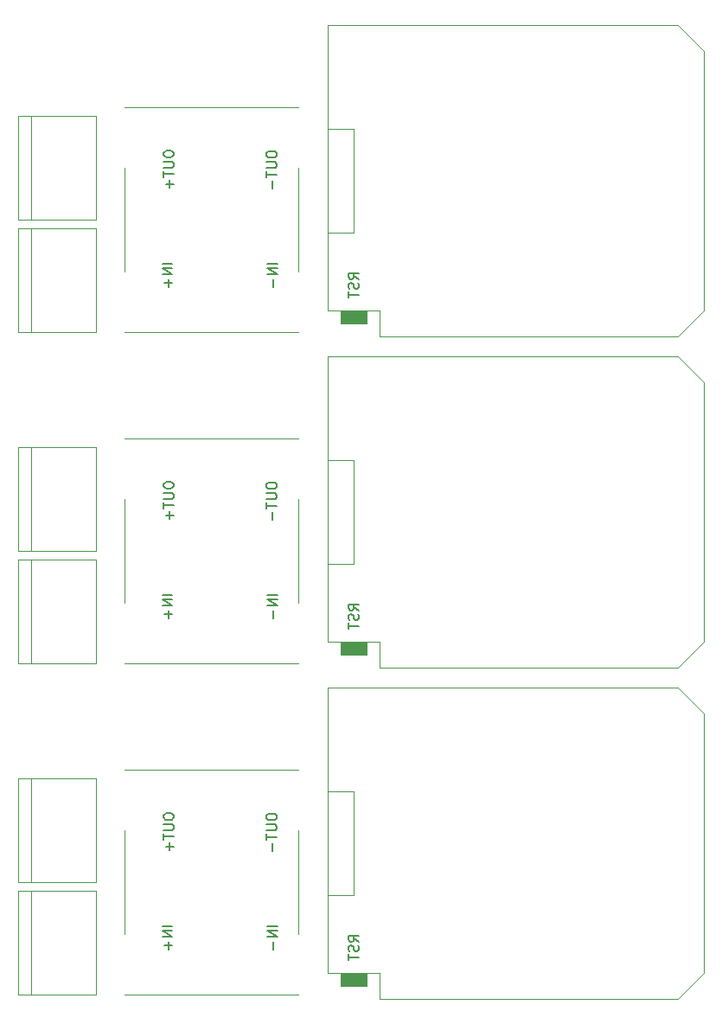
<source format=gbo>
G04 #@! TF.GenerationSoftware,KiCad,Pcbnew,7.0.9-7.0.9~ubuntu22.04.1*
G04 #@! TF.CreationDate,2023-12-17T14:41:55+07:00*
G04 #@! TF.ProjectId,final-production,66696e61-6c2d-4707-926f-64756374696f,rev?*
G04 #@! TF.SameCoordinates,Original*
G04 #@! TF.FileFunction,Legend,Bot*
G04 #@! TF.FilePolarity,Positive*
%FSLAX46Y46*%
G04 Gerber Fmt 4.6, Leading zero omitted, Abs format (unit mm)*
G04 Created by KiCad (PCBNEW 7.0.9-7.0.9~ubuntu22.04.1) date 2023-12-17 14:41:55*
%MOMM*%
%LPD*%
G01*
G04 APERTURE LIST*
%ADD10C,0.150000*%
%ADD11C,0.120000*%
%ADD12C,0.100000*%
G04 APERTURE END LIST*
D10*
X34744819Y-52114214D02*
X34268628Y-51780881D01*
X34744819Y-51542786D02*
X33744819Y-51542786D01*
X33744819Y-51542786D02*
X33744819Y-51923738D01*
X33744819Y-51923738D02*
X33792438Y-52018976D01*
X33792438Y-52018976D02*
X33840057Y-52066595D01*
X33840057Y-52066595D02*
X33935295Y-52114214D01*
X33935295Y-52114214D02*
X34078152Y-52114214D01*
X34078152Y-52114214D02*
X34173390Y-52066595D01*
X34173390Y-52066595D02*
X34221009Y-52018976D01*
X34221009Y-52018976D02*
X34268628Y-51923738D01*
X34268628Y-51923738D02*
X34268628Y-51542786D01*
X34697200Y-52495167D02*
X34744819Y-52638024D01*
X34744819Y-52638024D02*
X34744819Y-52876119D01*
X34744819Y-52876119D02*
X34697200Y-52971357D01*
X34697200Y-52971357D02*
X34649580Y-53018976D01*
X34649580Y-53018976D02*
X34554342Y-53066595D01*
X34554342Y-53066595D02*
X34459104Y-53066595D01*
X34459104Y-53066595D02*
X34363866Y-53018976D01*
X34363866Y-53018976D02*
X34316247Y-52971357D01*
X34316247Y-52971357D02*
X34268628Y-52876119D01*
X34268628Y-52876119D02*
X34221009Y-52685643D01*
X34221009Y-52685643D02*
X34173390Y-52590405D01*
X34173390Y-52590405D02*
X34125771Y-52542786D01*
X34125771Y-52542786D02*
X34030533Y-52495167D01*
X34030533Y-52495167D02*
X33935295Y-52495167D01*
X33935295Y-52495167D02*
X33840057Y-52542786D01*
X33840057Y-52542786D02*
X33792438Y-52590405D01*
X33792438Y-52590405D02*
X33744819Y-52685643D01*
X33744819Y-52685643D02*
X33744819Y-52923738D01*
X33744819Y-52923738D02*
X33792438Y-53066595D01*
X33744819Y-53352310D02*
X33744819Y-53923738D01*
X34744819Y-53638024D02*
X33744819Y-53638024D01*
X25706328Y-104672124D02*
X25706328Y-104862600D01*
X25706328Y-104862600D02*
X25753947Y-104957838D01*
X25753947Y-104957838D02*
X25849185Y-105053076D01*
X25849185Y-105053076D02*
X26039661Y-105100695D01*
X26039661Y-105100695D02*
X26372994Y-105100695D01*
X26372994Y-105100695D02*
X26563470Y-105053076D01*
X26563470Y-105053076D02*
X26658709Y-104957838D01*
X26658709Y-104957838D02*
X26706328Y-104862600D01*
X26706328Y-104862600D02*
X26706328Y-104672124D01*
X26706328Y-104672124D02*
X26658709Y-104576886D01*
X26658709Y-104576886D02*
X26563470Y-104481648D01*
X26563470Y-104481648D02*
X26372994Y-104434029D01*
X26372994Y-104434029D02*
X26039661Y-104434029D01*
X26039661Y-104434029D02*
X25849185Y-104481648D01*
X25849185Y-104481648D02*
X25753947Y-104576886D01*
X25753947Y-104576886D02*
X25706328Y-104672124D01*
X25706328Y-105529267D02*
X26515851Y-105529267D01*
X26515851Y-105529267D02*
X26611089Y-105576886D01*
X26611089Y-105576886D02*
X26658709Y-105624505D01*
X26658709Y-105624505D02*
X26706328Y-105719743D01*
X26706328Y-105719743D02*
X26706328Y-105910219D01*
X26706328Y-105910219D02*
X26658709Y-106005457D01*
X26658709Y-106005457D02*
X26611089Y-106053076D01*
X26611089Y-106053076D02*
X26515851Y-106100695D01*
X26515851Y-106100695D02*
X25706328Y-106100695D01*
X25706328Y-106434029D02*
X25706328Y-107005457D01*
X26706328Y-106719743D02*
X25706328Y-106719743D01*
X26325375Y-107338791D02*
X26325375Y-108100696D01*
X15641774Y-104640770D02*
X15641774Y-104831246D01*
X15641774Y-104831246D02*
X15689393Y-104926484D01*
X15689393Y-104926484D02*
X15784631Y-105021722D01*
X15784631Y-105021722D02*
X15975107Y-105069341D01*
X15975107Y-105069341D02*
X16308440Y-105069341D01*
X16308440Y-105069341D02*
X16498916Y-105021722D01*
X16498916Y-105021722D02*
X16594155Y-104926484D01*
X16594155Y-104926484D02*
X16641774Y-104831246D01*
X16641774Y-104831246D02*
X16641774Y-104640770D01*
X16641774Y-104640770D02*
X16594155Y-104545532D01*
X16594155Y-104545532D02*
X16498916Y-104450294D01*
X16498916Y-104450294D02*
X16308440Y-104402675D01*
X16308440Y-104402675D02*
X15975107Y-104402675D01*
X15975107Y-104402675D02*
X15784631Y-104450294D01*
X15784631Y-104450294D02*
X15689393Y-104545532D01*
X15689393Y-104545532D02*
X15641774Y-104640770D01*
X15641774Y-105497913D02*
X16451297Y-105497913D01*
X16451297Y-105497913D02*
X16546535Y-105545532D01*
X16546535Y-105545532D02*
X16594155Y-105593151D01*
X16594155Y-105593151D02*
X16641774Y-105688389D01*
X16641774Y-105688389D02*
X16641774Y-105878865D01*
X16641774Y-105878865D02*
X16594155Y-105974103D01*
X16594155Y-105974103D02*
X16546535Y-106021722D01*
X16546535Y-106021722D02*
X16451297Y-106069341D01*
X16451297Y-106069341D02*
X15641774Y-106069341D01*
X15641774Y-106402675D02*
X15641774Y-106974103D01*
X16641774Y-106688389D02*
X15641774Y-106688389D01*
X16260821Y-107307437D02*
X16260821Y-108069342D01*
X16641774Y-107688389D02*
X15879869Y-107688389D01*
X26800389Y-115463699D02*
X25800389Y-115463699D01*
X26800389Y-115939889D02*
X25800389Y-115939889D01*
X25800389Y-115939889D02*
X26800389Y-116511317D01*
X26800389Y-116511317D02*
X25800389Y-116511317D01*
X26419436Y-116987508D02*
X26419436Y-117749413D01*
X16516359Y-115463699D02*
X15516359Y-115463699D01*
X16516359Y-115939889D02*
X15516359Y-115939889D01*
X15516359Y-115939889D02*
X16516359Y-116511317D01*
X16516359Y-116511317D02*
X15516359Y-116511317D01*
X16135406Y-116987508D02*
X16135406Y-117749413D01*
X16516359Y-117368460D02*
X15754454Y-117368460D01*
X34744819Y-84542380D02*
X34268628Y-84209047D01*
X34744819Y-83970952D02*
X33744819Y-83970952D01*
X33744819Y-83970952D02*
X33744819Y-84351904D01*
X33744819Y-84351904D02*
X33792438Y-84447142D01*
X33792438Y-84447142D02*
X33840057Y-84494761D01*
X33840057Y-84494761D02*
X33935295Y-84542380D01*
X33935295Y-84542380D02*
X34078152Y-84542380D01*
X34078152Y-84542380D02*
X34173390Y-84494761D01*
X34173390Y-84494761D02*
X34221009Y-84447142D01*
X34221009Y-84447142D02*
X34268628Y-84351904D01*
X34268628Y-84351904D02*
X34268628Y-83970952D01*
X34697200Y-84923333D02*
X34744819Y-85066190D01*
X34744819Y-85066190D02*
X34744819Y-85304285D01*
X34744819Y-85304285D02*
X34697200Y-85399523D01*
X34697200Y-85399523D02*
X34649580Y-85447142D01*
X34649580Y-85447142D02*
X34554342Y-85494761D01*
X34554342Y-85494761D02*
X34459104Y-85494761D01*
X34459104Y-85494761D02*
X34363866Y-85447142D01*
X34363866Y-85447142D02*
X34316247Y-85399523D01*
X34316247Y-85399523D02*
X34268628Y-85304285D01*
X34268628Y-85304285D02*
X34221009Y-85113809D01*
X34221009Y-85113809D02*
X34173390Y-85018571D01*
X34173390Y-85018571D02*
X34125771Y-84970952D01*
X34125771Y-84970952D02*
X34030533Y-84923333D01*
X34030533Y-84923333D02*
X33935295Y-84923333D01*
X33935295Y-84923333D02*
X33840057Y-84970952D01*
X33840057Y-84970952D02*
X33792438Y-85018571D01*
X33792438Y-85018571D02*
X33744819Y-85113809D01*
X33744819Y-85113809D02*
X33744819Y-85351904D01*
X33744819Y-85351904D02*
X33792438Y-85494761D01*
X33744819Y-85780476D02*
X33744819Y-86351904D01*
X34744819Y-86066190D02*
X33744819Y-86066190D01*
X15641774Y-72212604D02*
X15641774Y-72403080D01*
X15641774Y-72403080D02*
X15689393Y-72498318D01*
X15689393Y-72498318D02*
X15784631Y-72593556D01*
X15784631Y-72593556D02*
X15975107Y-72641175D01*
X15975107Y-72641175D02*
X16308440Y-72641175D01*
X16308440Y-72641175D02*
X16498916Y-72593556D01*
X16498916Y-72593556D02*
X16594155Y-72498318D01*
X16594155Y-72498318D02*
X16641774Y-72403080D01*
X16641774Y-72403080D02*
X16641774Y-72212604D01*
X16641774Y-72212604D02*
X16594155Y-72117366D01*
X16594155Y-72117366D02*
X16498916Y-72022128D01*
X16498916Y-72022128D02*
X16308440Y-71974509D01*
X16308440Y-71974509D02*
X15975107Y-71974509D01*
X15975107Y-71974509D02*
X15784631Y-72022128D01*
X15784631Y-72022128D02*
X15689393Y-72117366D01*
X15689393Y-72117366D02*
X15641774Y-72212604D01*
X15641774Y-73069747D02*
X16451297Y-73069747D01*
X16451297Y-73069747D02*
X16546535Y-73117366D01*
X16546535Y-73117366D02*
X16594155Y-73164985D01*
X16594155Y-73164985D02*
X16641774Y-73260223D01*
X16641774Y-73260223D02*
X16641774Y-73450699D01*
X16641774Y-73450699D02*
X16594155Y-73545937D01*
X16594155Y-73545937D02*
X16546535Y-73593556D01*
X16546535Y-73593556D02*
X16451297Y-73641175D01*
X16451297Y-73641175D02*
X15641774Y-73641175D01*
X15641774Y-73974509D02*
X15641774Y-74545937D01*
X16641774Y-74260223D02*
X15641774Y-74260223D01*
X16260821Y-74879271D02*
X16260821Y-75641176D01*
X16641774Y-75260223D02*
X15879869Y-75260223D01*
X16516359Y-83035533D02*
X15516359Y-83035533D01*
X16516359Y-83511723D02*
X15516359Y-83511723D01*
X15516359Y-83511723D02*
X16516359Y-84083151D01*
X16516359Y-84083151D02*
X15516359Y-84083151D01*
X16135406Y-84559342D02*
X16135406Y-85321247D01*
X16516359Y-84940294D02*
X15754454Y-84940294D01*
X25706328Y-72243958D02*
X25706328Y-72434434D01*
X25706328Y-72434434D02*
X25753947Y-72529672D01*
X25753947Y-72529672D02*
X25849185Y-72624910D01*
X25849185Y-72624910D02*
X26039661Y-72672529D01*
X26039661Y-72672529D02*
X26372994Y-72672529D01*
X26372994Y-72672529D02*
X26563470Y-72624910D01*
X26563470Y-72624910D02*
X26658709Y-72529672D01*
X26658709Y-72529672D02*
X26706328Y-72434434D01*
X26706328Y-72434434D02*
X26706328Y-72243958D01*
X26706328Y-72243958D02*
X26658709Y-72148720D01*
X26658709Y-72148720D02*
X26563470Y-72053482D01*
X26563470Y-72053482D02*
X26372994Y-72005863D01*
X26372994Y-72005863D02*
X26039661Y-72005863D01*
X26039661Y-72005863D02*
X25849185Y-72053482D01*
X25849185Y-72053482D02*
X25753947Y-72148720D01*
X25753947Y-72148720D02*
X25706328Y-72243958D01*
X25706328Y-73101101D02*
X26515851Y-73101101D01*
X26515851Y-73101101D02*
X26611089Y-73148720D01*
X26611089Y-73148720D02*
X26658709Y-73196339D01*
X26658709Y-73196339D02*
X26706328Y-73291577D01*
X26706328Y-73291577D02*
X26706328Y-73482053D01*
X26706328Y-73482053D02*
X26658709Y-73577291D01*
X26658709Y-73577291D02*
X26611089Y-73624910D01*
X26611089Y-73624910D02*
X26515851Y-73672529D01*
X26515851Y-73672529D02*
X25706328Y-73672529D01*
X25706328Y-74005863D02*
X25706328Y-74577291D01*
X26706328Y-74291577D02*
X25706328Y-74291577D01*
X26325375Y-74910625D02*
X26325375Y-75672530D01*
X26800389Y-83035533D02*
X25800389Y-83035533D01*
X26800389Y-83511723D02*
X25800389Y-83511723D01*
X25800389Y-83511723D02*
X26800389Y-84083151D01*
X26800389Y-84083151D02*
X25800389Y-84083151D01*
X26419436Y-84559342D02*
X26419436Y-85321247D01*
X25706328Y-39815792D02*
X25706328Y-40006268D01*
X25706328Y-40006268D02*
X25753947Y-40101506D01*
X25753947Y-40101506D02*
X25849185Y-40196744D01*
X25849185Y-40196744D02*
X26039661Y-40244363D01*
X26039661Y-40244363D02*
X26372994Y-40244363D01*
X26372994Y-40244363D02*
X26563470Y-40196744D01*
X26563470Y-40196744D02*
X26658709Y-40101506D01*
X26658709Y-40101506D02*
X26706328Y-40006268D01*
X26706328Y-40006268D02*
X26706328Y-39815792D01*
X26706328Y-39815792D02*
X26658709Y-39720554D01*
X26658709Y-39720554D02*
X26563470Y-39625316D01*
X26563470Y-39625316D02*
X26372994Y-39577697D01*
X26372994Y-39577697D02*
X26039661Y-39577697D01*
X26039661Y-39577697D02*
X25849185Y-39625316D01*
X25849185Y-39625316D02*
X25753947Y-39720554D01*
X25753947Y-39720554D02*
X25706328Y-39815792D01*
X25706328Y-40672935D02*
X26515851Y-40672935D01*
X26515851Y-40672935D02*
X26611089Y-40720554D01*
X26611089Y-40720554D02*
X26658709Y-40768173D01*
X26658709Y-40768173D02*
X26706328Y-40863411D01*
X26706328Y-40863411D02*
X26706328Y-41053887D01*
X26706328Y-41053887D02*
X26658709Y-41149125D01*
X26658709Y-41149125D02*
X26611089Y-41196744D01*
X26611089Y-41196744D02*
X26515851Y-41244363D01*
X26515851Y-41244363D02*
X25706328Y-41244363D01*
X25706328Y-41577697D02*
X25706328Y-42149125D01*
X26706328Y-41863411D02*
X25706328Y-41863411D01*
X26325375Y-42482459D02*
X26325375Y-43244364D01*
X16516359Y-50607367D02*
X15516359Y-50607367D01*
X16516359Y-51083557D02*
X15516359Y-51083557D01*
X15516359Y-51083557D02*
X16516359Y-51654985D01*
X16516359Y-51654985D02*
X15516359Y-51654985D01*
X16135406Y-52131176D02*
X16135406Y-52893081D01*
X16516359Y-52512128D02*
X15754454Y-52512128D01*
X26800389Y-50607367D02*
X25800389Y-50607367D01*
X26800389Y-51083557D02*
X25800389Y-51083557D01*
X25800389Y-51083557D02*
X26800389Y-51654985D01*
X26800389Y-51654985D02*
X25800389Y-51654985D01*
X26419436Y-52131176D02*
X26419436Y-52893081D01*
X15641774Y-39784438D02*
X15641774Y-39974914D01*
X15641774Y-39974914D02*
X15689393Y-40070152D01*
X15689393Y-40070152D02*
X15784631Y-40165390D01*
X15784631Y-40165390D02*
X15975107Y-40213009D01*
X15975107Y-40213009D02*
X16308440Y-40213009D01*
X16308440Y-40213009D02*
X16498916Y-40165390D01*
X16498916Y-40165390D02*
X16594155Y-40070152D01*
X16594155Y-40070152D02*
X16641774Y-39974914D01*
X16641774Y-39974914D02*
X16641774Y-39784438D01*
X16641774Y-39784438D02*
X16594155Y-39689200D01*
X16594155Y-39689200D02*
X16498916Y-39593962D01*
X16498916Y-39593962D02*
X16308440Y-39546343D01*
X16308440Y-39546343D02*
X15975107Y-39546343D01*
X15975107Y-39546343D02*
X15784631Y-39593962D01*
X15784631Y-39593962D02*
X15689393Y-39689200D01*
X15689393Y-39689200D02*
X15641774Y-39784438D01*
X15641774Y-40641581D02*
X16451297Y-40641581D01*
X16451297Y-40641581D02*
X16546535Y-40689200D01*
X16546535Y-40689200D02*
X16594155Y-40736819D01*
X16594155Y-40736819D02*
X16641774Y-40832057D01*
X16641774Y-40832057D02*
X16641774Y-41022533D01*
X16641774Y-41022533D02*
X16594155Y-41117771D01*
X16594155Y-41117771D02*
X16546535Y-41165390D01*
X16546535Y-41165390D02*
X16451297Y-41213009D01*
X16451297Y-41213009D02*
X15641774Y-41213009D01*
X15641774Y-41546343D02*
X15641774Y-42117771D01*
X16641774Y-41832057D02*
X15641774Y-41832057D01*
X16260821Y-42451105D02*
X16260821Y-43213010D01*
X16641774Y-42832057D02*
X15879869Y-42832057D01*
X34744819Y-116970546D02*
X34268628Y-116637213D01*
X34744819Y-116399118D02*
X33744819Y-116399118D01*
X33744819Y-116399118D02*
X33744819Y-116780070D01*
X33744819Y-116780070D02*
X33792438Y-116875308D01*
X33792438Y-116875308D02*
X33840057Y-116922927D01*
X33840057Y-116922927D02*
X33935295Y-116970546D01*
X33935295Y-116970546D02*
X34078152Y-116970546D01*
X34078152Y-116970546D02*
X34173390Y-116922927D01*
X34173390Y-116922927D02*
X34221009Y-116875308D01*
X34221009Y-116875308D02*
X34268628Y-116780070D01*
X34268628Y-116780070D02*
X34268628Y-116399118D01*
X34697200Y-117351499D02*
X34744819Y-117494356D01*
X34744819Y-117494356D02*
X34744819Y-117732451D01*
X34744819Y-117732451D02*
X34697200Y-117827689D01*
X34697200Y-117827689D02*
X34649580Y-117875308D01*
X34649580Y-117875308D02*
X34554342Y-117922927D01*
X34554342Y-117922927D02*
X34459104Y-117922927D01*
X34459104Y-117922927D02*
X34363866Y-117875308D01*
X34363866Y-117875308D02*
X34316247Y-117827689D01*
X34316247Y-117827689D02*
X34268628Y-117732451D01*
X34268628Y-117732451D02*
X34221009Y-117541975D01*
X34221009Y-117541975D02*
X34173390Y-117446737D01*
X34173390Y-117446737D02*
X34125771Y-117399118D01*
X34125771Y-117399118D02*
X34030533Y-117351499D01*
X34030533Y-117351499D02*
X33935295Y-117351499D01*
X33935295Y-117351499D02*
X33840057Y-117399118D01*
X33840057Y-117399118D02*
X33792438Y-117446737D01*
X33792438Y-117446737D02*
X33744819Y-117541975D01*
X33744819Y-117541975D02*
X33744819Y-117780070D01*
X33744819Y-117780070D02*
X33792438Y-117922927D01*
X33744819Y-118208642D02*
X33744819Y-118780070D01*
X34744819Y-118494356D02*
X33744819Y-118494356D01*
D11*
G04 #@! TO.C,J1*
X1372402Y-111168166D02*
X1372402Y-101008166D01*
X8992402Y-111168166D02*
X1372402Y-111168166D01*
X1372402Y-101008166D02*
X8992402Y-101008166D01*
X2642402Y-101008166D02*
X2642402Y-111168166D01*
X8992402Y-101008166D02*
X8992402Y-111168166D01*
X1372402Y-46311834D02*
X1372402Y-36151834D01*
X8992402Y-46311834D02*
X1372402Y-46311834D01*
X1372402Y-36151834D02*
X8992402Y-36151834D01*
X2642402Y-36151834D02*
X2642402Y-46311834D01*
X8992402Y-36151834D02*
X8992402Y-46311834D01*
G04 #@! TO.C,U1*
X36830000Y-57741834D02*
X36830000Y-55201834D01*
X66040000Y-57741834D02*
X36830000Y-57741834D01*
X31750000Y-55201834D02*
X31750000Y-27261834D01*
X36830000Y-55201834D02*
X31750000Y-55201834D01*
X68580000Y-55201834D02*
X66040000Y-57741834D01*
X68580000Y-55201834D02*
X68580000Y-53931834D01*
X31750000Y-47581834D02*
X34290000Y-47581834D01*
X34290000Y-47581834D02*
X34290000Y-37421834D01*
X34290000Y-37421834D02*
X31750000Y-37421834D01*
X68580000Y-29801834D02*
X68580000Y-53931834D01*
X68580000Y-29801834D02*
X66040000Y-27261834D01*
X66040000Y-27261834D02*
X31750000Y-27261834D01*
D12*
X35560000Y-56471834D02*
X33020000Y-56471834D01*
X33020000Y-55201834D01*
X35560000Y-55201834D01*
X35560000Y-56471834D01*
G36*
X35560000Y-56471834D02*
G01*
X33020000Y-56471834D01*
X33020000Y-55201834D01*
X35560000Y-55201834D01*
X35560000Y-56471834D01*
G37*
D11*
G04 #@! TO.C,M1*
X28842816Y-100163226D02*
X11808118Y-100172905D01*
X11808118Y-106088166D02*
X11806607Y-116248166D01*
X28810417Y-116248166D02*
X28842816Y-106088166D01*
X11806607Y-122203366D02*
X28810417Y-122193805D01*
G04 #@! TO.C,J6*
X1372402Y-57324568D02*
X1372402Y-47164568D01*
X8992402Y-57324568D02*
X1372402Y-57324568D01*
X1372402Y-47164568D02*
X8992402Y-47164568D01*
X2642402Y-47164568D02*
X2642402Y-57324568D01*
X8992402Y-47164568D02*
X8992402Y-57324568D01*
G04 #@! TO.C,U1*
X36830000Y-90170000D02*
X36830000Y-87630000D01*
X66040000Y-90170000D02*
X36830000Y-90170000D01*
X31750000Y-87630000D02*
X31750000Y-59690000D01*
X36830000Y-87630000D02*
X31750000Y-87630000D01*
X68580000Y-87630000D02*
X66040000Y-90170000D01*
X68580000Y-87630000D02*
X68580000Y-86360000D01*
X31750000Y-80010000D02*
X34290000Y-80010000D01*
X34290000Y-80010000D02*
X34290000Y-69850000D01*
X34290000Y-69850000D02*
X31750000Y-69850000D01*
X68580000Y-62230000D02*
X68580000Y-86360000D01*
X68580000Y-62230000D02*
X66040000Y-59690000D01*
X66040000Y-59690000D02*
X31750000Y-59690000D01*
D12*
X35560000Y-88900000D02*
X33020000Y-88900000D01*
X33020000Y-87630000D01*
X35560000Y-87630000D01*
X35560000Y-88900000D01*
G36*
X35560000Y-88900000D02*
G01*
X33020000Y-88900000D01*
X33020000Y-87630000D01*
X35560000Y-87630000D01*
X35560000Y-88900000D01*
G37*
D11*
G04 #@! TO.C,M1*
X28842816Y-67735060D02*
X11808118Y-67744739D01*
X11808118Y-73660000D02*
X11806607Y-83820000D01*
X28810417Y-83820000D02*
X28842816Y-73660000D01*
X11806607Y-89775200D02*
X28810417Y-89765639D01*
G04 #@! TO.C,J6*
X1372402Y-122180900D02*
X1372402Y-112020900D01*
X8992402Y-122180900D02*
X1372402Y-122180900D01*
X1372402Y-112020900D02*
X8992402Y-112020900D01*
X2642402Y-112020900D02*
X2642402Y-122180900D01*
X8992402Y-112020900D02*
X8992402Y-122180900D01*
G04 #@! TO.C,J1*
X1372402Y-78740000D02*
X1372402Y-68580000D01*
X8992402Y-78740000D02*
X1372402Y-78740000D01*
X1372402Y-68580000D02*
X8992402Y-68580000D01*
X2642402Y-68580000D02*
X2642402Y-78740000D01*
X8992402Y-68580000D02*
X8992402Y-78740000D01*
G04 #@! TO.C,J6*
X1372402Y-89752734D02*
X1372402Y-79592734D01*
X8992402Y-89752734D02*
X1372402Y-89752734D01*
X1372402Y-79592734D02*
X8992402Y-79592734D01*
X2642402Y-79592734D02*
X2642402Y-89752734D01*
X8992402Y-79592734D02*
X8992402Y-89752734D01*
G04 #@! TO.C,M1*
X28842816Y-35306894D02*
X11808118Y-35316573D01*
X11808118Y-41231834D02*
X11806607Y-51391834D01*
X28810417Y-51391834D02*
X28842816Y-41231834D01*
X11806607Y-57347034D02*
X28810417Y-57337473D01*
G04 #@! TO.C,U1*
X36830000Y-122598166D02*
X36830000Y-120058166D01*
X66040000Y-122598166D02*
X36830000Y-122598166D01*
X31750000Y-120058166D02*
X31750000Y-92118166D01*
X36830000Y-120058166D02*
X31750000Y-120058166D01*
X68580000Y-120058166D02*
X66040000Y-122598166D01*
X68580000Y-120058166D02*
X68580000Y-118788166D01*
X31750000Y-112438166D02*
X34290000Y-112438166D01*
X34290000Y-112438166D02*
X34290000Y-102278166D01*
X34290000Y-102278166D02*
X31750000Y-102278166D01*
X68580000Y-94658166D02*
X68580000Y-118788166D01*
X68580000Y-94658166D02*
X66040000Y-92118166D01*
X66040000Y-92118166D02*
X31750000Y-92118166D01*
D12*
X35560000Y-121328166D02*
X33020000Y-121328166D01*
X33020000Y-120058166D01*
X35560000Y-120058166D01*
X35560000Y-121328166D01*
G36*
X35560000Y-121328166D02*
G01*
X33020000Y-121328166D01*
X33020000Y-120058166D01*
X35560000Y-120058166D01*
X35560000Y-121328166D01*
G37*
G04 #@! TD*
M02*

</source>
